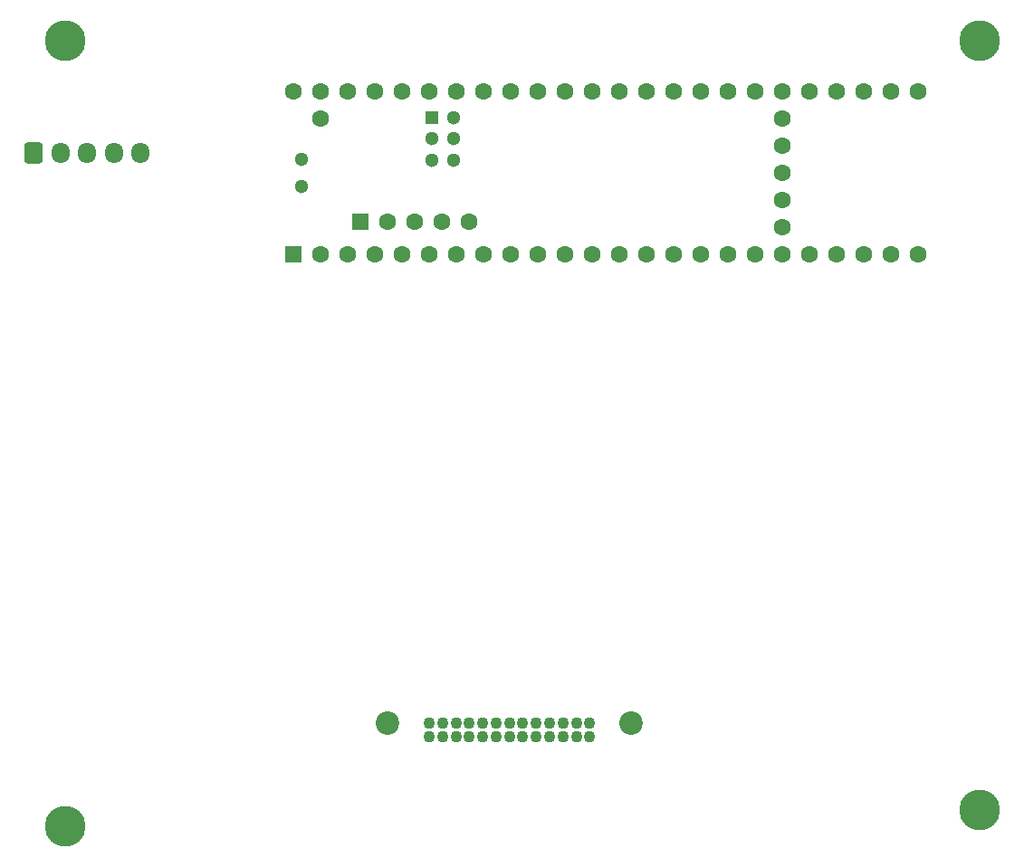
<source format=gbr>
%TF.GenerationSoftware,KiCad,Pcbnew,(6.0.1)*%
%TF.CreationDate,2022-04-12T22:30:48-05:00*%
%TF.ProjectId,singular_SIV,73696e67-756c-4617-925f-5349562e6b69,rev?*%
%TF.SameCoordinates,Original*%
%TF.FileFunction,Soldermask,Bot*%
%TF.FilePolarity,Negative*%
%FSLAX46Y46*%
G04 Gerber Fmt 4.6, Leading zero omitted, Abs format (unit mm)*
G04 Created by KiCad (PCBNEW (6.0.1)) date 2022-04-12 22:30:48*
%MOMM*%
%LPD*%
G01*
G04 APERTURE LIST*
G04 Aperture macros list*
%AMRoundRect*
0 Rectangle with rounded corners*
0 $1 Rounding radius*
0 $2 $3 $4 $5 $6 $7 $8 $9 X,Y pos of 4 corners*
0 Add a 4 corners polygon primitive as box body*
4,1,4,$2,$3,$4,$5,$6,$7,$8,$9,$2,$3,0*
0 Add four circle primitives for the rounded corners*
1,1,$1+$1,$2,$3*
1,1,$1+$1,$4,$5*
1,1,$1+$1,$6,$7*
1,1,$1+$1,$8,$9*
0 Add four rect primitives between the rounded corners*
20,1,$1+$1,$2,$3,$4,$5,0*
20,1,$1+$1,$4,$5,$6,$7,0*
20,1,$1+$1,$6,$7,$8,$9,0*
20,1,$1+$1,$8,$9,$2,$3,0*%
G04 Aperture macros list end*
%ADD10RoundRect,0.250000X-0.600000X-0.725000X0.600000X-0.725000X0.600000X0.725000X-0.600000X0.725000X0*%
%ADD11O,1.700000X1.950000*%
%ADD12C,3.800000*%
%ADD13C,2.600000*%
%ADD14C,2.200000*%
%ADD15C,1.100000*%
%ADD16C,1.300000*%
%ADD17C,1.600000*%
%ADD18R,1.300000X1.300000*%
%ADD19R,1.600000X1.600000*%
G04 APERTURE END LIST*
D10*
%TO.C,J2*%
X46500000Y-72500000D03*
D11*
X49000000Y-72500000D03*
X51500000Y-72500000D03*
X54000000Y-72500000D03*
X56500000Y-72500000D03*
%TD*%
D12*
%TO.C,REF\u002A\u002A*%
X135000000Y-134000000D03*
D13*
X135000000Y-134000000D03*
%TD*%
D12*
%TO.C,REF\u002A\u002A*%
X135000000Y-62000000D03*
D13*
X135000000Y-62000000D03*
%TD*%
D12*
%TO.C,REF\u002A\u002A*%
X49500000Y-135500000D03*
D13*
X49500000Y-135500000D03*
%TD*%
D12*
%TO.C,REF\u002A\u002A*%
X49500000Y-62000000D03*
D13*
X49500000Y-62000000D03*
%TD*%
D14*
%TO.C,J1*%
X79610000Y-125880000D03*
X102410000Y-125880000D03*
D15*
X83510000Y-127130000D03*
X84760000Y-127130000D03*
X86010000Y-127130000D03*
X87260000Y-127130000D03*
X88510000Y-127130000D03*
X89760000Y-127130000D03*
X91010000Y-127130000D03*
X92260000Y-127130000D03*
X93510000Y-127130000D03*
X94760000Y-127130000D03*
X96010000Y-127130000D03*
X97260000Y-127130000D03*
X98510000Y-127130000D03*
X83510000Y-125880000D03*
X84760000Y-125880000D03*
X86010000Y-125880000D03*
X87260000Y-125880000D03*
X88510000Y-125880000D03*
X89760000Y-125880000D03*
X91010000Y-125880000D03*
X92260000Y-125880000D03*
X93510000Y-125880000D03*
X94760000Y-125880000D03*
X96010000Y-125880000D03*
X97260000Y-125880000D03*
X98510000Y-125880000D03*
%TD*%
D16*
%TO.C,U1*%
X71530000Y-73110000D03*
X71530000Y-75650000D03*
D17*
X116520000Y-69300000D03*
X116520000Y-71840000D03*
X116520000Y-74380000D03*
X116520000Y-76920000D03*
X116520000Y-79460000D03*
D16*
X83770000Y-73198400D03*
X85770000Y-73198400D03*
X85770000Y-71198400D03*
X83770000Y-71198400D03*
X85770000Y-69198400D03*
D18*
X83770000Y-69198400D03*
D17*
X111440000Y-82000000D03*
X113980000Y-82000000D03*
X116520000Y-82000000D03*
X119060000Y-82000000D03*
X108900000Y-82000000D03*
X106360000Y-82000000D03*
X103820000Y-82000000D03*
X121600000Y-82000000D03*
X124140000Y-82000000D03*
X126680000Y-82000000D03*
X129220000Y-82000000D03*
X129220000Y-66760000D03*
X126680000Y-66760000D03*
X124140000Y-66760000D03*
X121600000Y-66760000D03*
X119060000Y-66760000D03*
X116520000Y-66760000D03*
X113980000Y-66760000D03*
X111440000Y-66760000D03*
X108900000Y-66760000D03*
X106360000Y-66760000D03*
X101280000Y-82000000D03*
X98740000Y-82000000D03*
X96200000Y-82000000D03*
X93660000Y-82000000D03*
X91120000Y-82000000D03*
X88580000Y-82000000D03*
X86040000Y-82000000D03*
X83500000Y-82000000D03*
X80960000Y-82000000D03*
X78420000Y-82000000D03*
X75880000Y-82000000D03*
X73340000Y-82000000D03*
D19*
X70800000Y-82000000D03*
D17*
X103820000Y-66760000D03*
X101280000Y-66760000D03*
X98740000Y-66760000D03*
X96200000Y-66760000D03*
X93660000Y-66760000D03*
X91120000Y-66760000D03*
X88580000Y-66760000D03*
X86040000Y-66760000D03*
X83500000Y-66760000D03*
X80960000Y-66760000D03*
X78420000Y-66760000D03*
X75880000Y-66760000D03*
X73340000Y-66760000D03*
X70800000Y-66760000D03*
D19*
X77099200Y-78949200D03*
D17*
X79639200Y-78949200D03*
X82179200Y-78949200D03*
X84719200Y-78949200D03*
X87259200Y-78949200D03*
X73340000Y-69300000D03*
%TD*%
M02*

</source>
